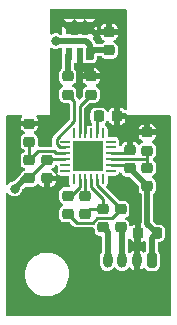
<source format=gtl>
G04 #@! TF.GenerationSoftware,KiCad,Pcbnew,7.0.7*
G04 #@! TF.CreationDate,2023-09-24T13:34:41+10:00*
G04 #@! TF.ProjectId,fyp_breakout,6679705f-6272-4656-916b-6f75742e6b69,rev?*
G04 #@! TF.SameCoordinates,Original*
G04 #@! TF.FileFunction,Copper,L1,Top*
G04 #@! TF.FilePolarity,Positive*
%FSLAX46Y46*%
G04 Gerber Fmt 4.6, Leading zero omitted, Abs format (unit mm)*
G04 Created by KiCad (PCBNEW 7.0.7) date 2023-09-24 13:34:41*
%MOMM*%
%LPD*%
G01*
G04 APERTURE LIST*
G04 Aperture macros list*
%AMRoundRect*
0 Rectangle with rounded corners*
0 $1 Rounding radius*
0 $2 $3 $4 $5 $6 $7 $8 $9 X,Y pos of 4 corners*
0 Add a 4 corners polygon primitive as box body*
4,1,4,$2,$3,$4,$5,$6,$7,$8,$9,$2,$3,0*
0 Add four circle primitives for the rounded corners*
1,1,$1+$1,$2,$3*
1,1,$1+$1,$4,$5*
1,1,$1+$1,$6,$7*
1,1,$1+$1,$8,$9*
0 Add four rect primitives between the rounded corners*
20,1,$1+$1,$2,$3,$4,$5,0*
20,1,$1+$1,$4,$5,$6,$7,0*
20,1,$1+$1,$6,$7,$8,$9,0*
20,1,$1+$1,$8,$9,$2,$3,0*%
%AMOutline5P*
0 Free polygon, 5 corners , with rotation*
0 The origin of the aperture is its center*
0 number of corners: always 5*
0 $1 to $10 corner X, Y*
0 $11 Rotation angle, in degrees counterclockwise*
0 create outline with 5 corners*
4,1,5,$1,$2,$3,$4,$5,$6,$7,$8,$9,$10,$1,$2,$11*%
%AMOutline6P*
0 Free polygon, 6 corners , with rotation*
0 The origin of the aperture is its center*
0 number of corners: always 6*
0 $1 to $12 corner X, Y*
0 $13 Rotation angle, in degrees counterclockwise*
0 create outline with 6 corners*
4,1,6,$1,$2,$3,$4,$5,$6,$7,$8,$9,$10,$11,$12,$1,$2,$13*%
%AMOutline7P*
0 Free polygon, 7 corners , with rotation*
0 The origin of the aperture is its center*
0 number of corners: always 7*
0 $1 to $14 corner X, Y*
0 $15 Rotation angle, in degrees counterclockwise*
0 create outline with 7 corners*
4,1,7,$1,$2,$3,$4,$5,$6,$7,$8,$9,$10,$11,$12,$13,$14,$1,$2,$15*%
%AMOutline8P*
0 Free polygon, 8 corners , with rotation*
0 The origin of the aperture is its center*
0 number of corners: always 8*
0 $1 to $16 corner X, Y*
0 $17 Rotation angle, in degrees counterclockwise*
0 create outline with 8 corners*
4,1,8,$1,$2,$3,$4,$5,$6,$7,$8,$9,$10,$11,$12,$13,$14,$15,$16,$1,$2,$17*%
G04 Aperture macros list end*
G04 #@! TA.AperFunction,SMDPad,CuDef*
%ADD10RoundRect,0.225000X-0.250000X0.225000X-0.250000X-0.225000X0.250000X-0.225000X0.250000X0.225000X0*%
G04 #@! TD*
G04 #@! TA.AperFunction,SMDPad,CuDef*
%ADD11RoundRect,0.225000X0.250000X-0.225000X0.250000X0.225000X-0.250000X0.225000X-0.250000X-0.225000X0*%
G04 #@! TD*
G04 #@! TA.AperFunction,SMDPad,CuDef*
%ADD12RoundRect,0.225000X-0.225000X-0.250000X0.225000X-0.250000X0.225000X0.250000X-0.225000X0.250000X0*%
G04 #@! TD*
G04 #@! TA.AperFunction,SMDPad,CuDef*
%ADD13R,0.622000X1.032000*%
G04 #@! TD*
G04 #@! TA.AperFunction,SMDPad,CuDef*
%ADD14R,0.500000X1.032000*%
G04 #@! TD*
G04 #@! TA.AperFunction,SMDPad,CuDef*
%ADD15Outline5P,-0.516000X0.311000X0.391600X0.311000X0.516000X0.186600X0.516000X-0.311000X-0.516000X-0.311000X270.000000*%
G04 #@! TD*
G04 #@! TA.AperFunction,SMDPad,CuDef*
%ADD16RoundRect,0.062500X-0.062500X0.350000X-0.062500X-0.350000X0.062500X-0.350000X0.062500X0.350000X0*%
G04 #@! TD*
G04 #@! TA.AperFunction,SMDPad,CuDef*
%ADD17RoundRect,0.062500X-0.350000X0.062500X-0.350000X-0.062500X0.350000X-0.062500X0.350000X0.062500X0*%
G04 #@! TD*
G04 #@! TA.AperFunction,SMDPad,CuDef*
%ADD18R,2.600000X2.600000*%
G04 #@! TD*
G04 #@! TA.AperFunction,ComponentPad*
%ADD19RoundRect,0.200000X0.200000X0.450000X-0.200000X0.450000X-0.200000X-0.450000X0.200000X-0.450000X0*%
G04 #@! TD*
G04 #@! TA.AperFunction,ComponentPad*
%ADD20O,0.800000X1.300000*%
G04 #@! TD*
G04 #@! TA.AperFunction,ViaPad*
%ADD21C,0.800000*%
G04 #@! TD*
G04 #@! TA.AperFunction,ViaPad*
%ADD22C,0.500000*%
G04 #@! TD*
G04 #@! TA.AperFunction,Conductor*
%ADD23C,0.250000*%
G04 #@! TD*
G04 #@! TA.AperFunction,Conductor*
%ADD24C,0.500000*%
G04 #@! TD*
G04 APERTURE END LIST*
D10*
X147750000Y-112475000D03*
X147750000Y-114025000D03*
X150000000Y-105975000D03*
X150000000Y-107525000D03*
D11*
X141500000Y-109875000D03*
X141500000Y-108325000D03*
D10*
X148500000Y-107475000D03*
X148500000Y-109025000D03*
D12*
X145875000Y-104600000D03*
X147425000Y-104600000D03*
D10*
X146750000Y-97475000D03*
X146750000Y-99025000D03*
X143250000Y-101225000D03*
X143250000Y-102775000D03*
D11*
X150000000Y-110525000D03*
X150000000Y-108975000D03*
D13*
X145134000Y-97146000D03*
D14*
X144250000Y-97146000D03*
D13*
X143366000Y-97146000D03*
X143366000Y-99354000D03*
D14*
X144250000Y-99354000D03*
D15*
X145134000Y-99354000D03*
D11*
X140000000Y-109875000D03*
X140000000Y-108325000D03*
X140000000Y-106775000D03*
X140000000Y-105225000D03*
D16*
X146250000Y-106062500D03*
X145750000Y-106062500D03*
X145250000Y-106062500D03*
X144750000Y-106062500D03*
X144250000Y-106062500D03*
X143750000Y-106062500D03*
D17*
X143062500Y-106750000D03*
X143062500Y-107250000D03*
X143062500Y-107750000D03*
X143062500Y-108250000D03*
X143062500Y-108750000D03*
X143062500Y-109250000D03*
D16*
X143750000Y-109937500D03*
X144250000Y-109937500D03*
X144750000Y-109937500D03*
X145250000Y-109937500D03*
X145750000Y-109937500D03*
X146250000Y-109937500D03*
D17*
X146937500Y-109250000D03*
X146937500Y-108750000D03*
X146937500Y-108250000D03*
X146937500Y-107750000D03*
X146937500Y-107250000D03*
X146937500Y-106750000D03*
D18*
X145000000Y-108000000D03*
D10*
X144750000Y-111325000D03*
X144750000Y-112875000D03*
X146250000Y-112475000D03*
X146250000Y-114025000D03*
X143250000Y-111325000D03*
X143250000Y-112875000D03*
X145250000Y-101225000D03*
X145250000Y-102775000D03*
D12*
X149225000Y-114500000D03*
X150775000Y-114500000D03*
D19*
X150375000Y-116800000D03*
D20*
X149125000Y-116800000D03*
X147875000Y-116800000D03*
X146625000Y-116800000D03*
D21*
X149150500Y-113250000D03*
D22*
X150750000Y-120250000D03*
X143000000Y-104250000D03*
X140250000Y-112750000D03*
X151500000Y-106000000D03*
X142250000Y-96250000D03*
X146750000Y-100250000D03*
X143500000Y-95750000D03*
D21*
X141500000Y-111250000D03*
D22*
X147750000Y-120250000D03*
D21*
X147500000Y-103500000D03*
D22*
X138750000Y-114250000D03*
D21*
X148500000Y-106250000D03*
D22*
X141750000Y-112750000D03*
D21*
X146750000Y-96000000D03*
D22*
X146250000Y-118750000D03*
X138750000Y-112750000D03*
X143250000Y-114250000D03*
X141500000Y-106250000D03*
X151250000Y-112500000D03*
X141750000Y-114250000D03*
X146750000Y-102750000D03*
X151250000Y-111000000D03*
X149250000Y-118750000D03*
X147500000Y-110500000D03*
X144750000Y-114250000D03*
X146750000Y-101500000D03*
X145000000Y-95750000D03*
D21*
X142250000Y-98250000D03*
X138750000Y-110750000D03*
D23*
X145200000Y-103550000D02*
X147450000Y-103550000D01*
X149225000Y-114500000D02*
X149225000Y-113324500D01*
X146750000Y-96000000D02*
X146750000Y-97475000D01*
D24*
X149125000Y-116800000D02*
X149125000Y-114600000D01*
X143366000Y-97146000D02*
X144250000Y-97146000D01*
X149125000Y-114600000D02*
X149225000Y-114500000D01*
D23*
X148500000Y-107475000D02*
X148500000Y-106250000D01*
X148225000Y-107750000D02*
X148500000Y-107475000D01*
X147500000Y-103500000D02*
X147500000Y-104525000D01*
X144750000Y-104000000D02*
X145200000Y-103550000D01*
D24*
X145250000Y-101225000D02*
X144250000Y-100225000D01*
X144250000Y-97146000D02*
X145134000Y-97146000D01*
D23*
X144750000Y-106062500D02*
X144750000Y-104000000D01*
X146937500Y-107750000D02*
X148225000Y-107750000D01*
X149225000Y-113324500D02*
X149150500Y-113250000D01*
D24*
X144250000Y-100225000D02*
X144250000Y-99354000D01*
D23*
X147450000Y-103550000D02*
X147500000Y-103500000D01*
X147500000Y-104525000D02*
X147425000Y-104600000D01*
X141500000Y-109875000D02*
X141500000Y-111250000D01*
D24*
X147875000Y-116800000D02*
X147875000Y-114150000D01*
X147875000Y-114150000D02*
X147750000Y-114025000D01*
X146625000Y-114400000D02*
X146250000Y-114025000D01*
X146625000Y-116800000D02*
X146625000Y-114400000D01*
X150375000Y-114900000D02*
X150775000Y-114500000D01*
X150000000Y-113725000D02*
X150775000Y-114500000D01*
X150375000Y-116800000D02*
X150375000Y-114900000D01*
D23*
X146937500Y-108750000D02*
X148225000Y-108750000D01*
D24*
X148500000Y-109025000D02*
X150000000Y-110525000D01*
X150000000Y-110525000D02*
X150000000Y-113725000D01*
D23*
X148225000Y-108750000D02*
X148500000Y-109025000D01*
D24*
X145134000Y-98572000D02*
X145134000Y-99354000D01*
X140000000Y-109875000D02*
X139625000Y-109875000D01*
X145463000Y-99025000D02*
X146750000Y-99025000D01*
X144812000Y-98250000D02*
X145134000Y-98572000D01*
D23*
X141575000Y-108250000D02*
X143062500Y-108250000D01*
X140000000Y-109875000D02*
X140000000Y-109825000D01*
D24*
X145134000Y-99354000D02*
X145463000Y-99025000D01*
X142250000Y-98250000D02*
X144812000Y-98250000D01*
D23*
X140000000Y-109825000D02*
X141500000Y-108325000D01*
X141500000Y-108325000D02*
X141575000Y-108250000D01*
D24*
X139625000Y-109875000D02*
X138750000Y-110750000D01*
D23*
X144025000Y-113650000D02*
X145350000Y-113650000D01*
X145750000Y-113250000D02*
X146975000Y-113250000D01*
X145350000Y-113650000D02*
X145750000Y-113250000D01*
X146975000Y-113250000D02*
X147750000Y-112475000D01*
X143250000Y-112875000D02*
X144025000Y-113650000D01*
X145750000Y-109937500D02*
X145750000Y-110435787D01*
X145750000Y-110435787D02*
X147750000Y-112435787D01*
X147750000Y-112435787D02*
X147750000Y-112475000D01*
D24*
X143250000Y-99470000D02*
X143366000Y-99354000D01*
X143250000Y-101225000D02*
X143250000Y-99470000D01*
D23*
X143825000Y-105026992D02*
X143825000Y-103350000D01*
X142325000Y-106973008D02*
X142325000Y-106526992D01*
X143825000Y-103350000D02*
X143250000Y-102775000D01*
X143062500Y-107250000D02*
X142601992Y-107250000D01*
X142601992Y-107250000D02*
X142325000Y-106973008D01*
X142325000Y-106526992D02*
X143825000Y-105026992D01*
X146250000Y-111572183D02*
X146250000Y-112475000D01*
X145150000Y-112475000D02*
X146250000Y-112475000D01*
X145250000Y-110572183D02*
X146250000Y-111572183D01*
X145250000Y-109937500D02*
X145250000Y-110572183D01*
X144750000Y-112875000D02*
X145150000Y-112475000D01*
X144250000Y-110572183D02*
X144250000Y-109937500D01*
X143497183Y-111325000D02*
X144250000Y-110572183D01*
X143250000Y-111325000D02*
X143497183Y-111325000D01*
X144250000Y-106062500D02*
X144275000Y-106037500D01*
X144275000Y-103750000D02*
X145250000Y-102775000D01*
X144275000Y-106037500D02*
X144275000Y-103750000D01*
X144750000Y-111325000D02*
X144750000Y-109937500D01*
X145750000Y-106062500D02*
X145750000Y-104725000D01*
X145750000Y-104725000D02*
X145875000Y-104600000D01*
X140000000Y-108325000D02*
X140775000Y-107550000D01*
X142050000Y-107550000D02*
X142250000Y-107750000D01*
X142250000Y-107750000D02*
X143062500Y-107750000D01*
X140000000Y-106775000D02*
X140000000Y-108325000D01*
X140775000Y-107550000D02*
X142050000Y-107550000D01*
X146937500Y-108250000D02*
X150000000Y-108250000D01*
X150000000Y-107525000D02*
X150000000Y-108250000D01*
X150000000Y-108250000D02*
X150000000Y-108975000D01*
G04 #@! TA.AperFunction,Conductor*
G36*
X148193039Y-95519685D02*
G01*
X148238794Y-95572489D01*
X148250000Y-95624000D01*
X148250000Y-103986324D01*
X148230315Y-104053363D01*
X148177511Y-104099118D01*
X148108353Y-104109062D01*
X148044797Y-104080037D01*
X148026733Y-104060635D01*
X147989329Y-104010670D01*
X147879984Y-103928815D01*
X147879983Y-103928814D01*
X147752010Y-103881083D01*
X147695428Y-103875000D01*
X147675000Y-103875000D01*
X147675000Y-104350000D01*
X148126000Y-104350000D01*
X148193039Y-104369685D01*
X148238794Y-104422489D01*
X148250000Y-104474000D01*
X148250000Y-104500000D01*
X151876000Y-104500000D01*
X151943039Y-104519685D01*
X151988794Y-104572489D01*
X152000000Y-104624000D01*
X152000000Y-121376000D01*
X151980315Y-121443039D01*
X151927511Y-121488794D01*
X151876000Y-121500000D01*
X138124000Y-121500000D01*
X138056961Y-121480315D01*
X138011206Y-121427511D01*
X138000000Y-121376000D01*
X138000000Y-118067909D01*
X139641779Y-118067909D01*
X139671468Y-118337735D01*
X139671470Y-118337748D01*
X139706127Y-118470315D01*
X139740132Y-118600384D01*
X139846303Y-118850224D01*
X139918588Y-118968668D01*
X139987716Y-119081940D01*
X139987717Y-119081942D01*
X139987719Y-119081944D01*
X140161368Y-119290604D01*
X140363546Y-119471757D01*
X140589947Y-119621542D01*
X140835743Y-119736767D01*
X141095697Y-119814975D01*
X141364268Y-119854500D01*
X141364273Y-119854500D01*
X141567786Y-119854500D01*
X141619394Y-119850722D01*
X141770740Y-119839645D01*
X141881488Y-119814975D01*
X142035702Y-119780623D01*
X142035704Y-119780622D01*
X142035709Y-119780621D01*
X142289261Y-119683646D01*
X142525991Y-119550786D01*
X142740853Y-119384875D01*
X142929269Y-119189447D01*
X143087223Y-118968668D01*
X143211348Y-118727244D01*
X143298998Y-118470320D01*
X143348306Y-118203371D01*
X143358220Y-117932089D01*
X143328530Y-117662253D01*
X143259868Y-117399616D01*
X143153697Y-117149776D01*
X143012281Y-116918056D01*
X142838632Y-116709396D01*
X142830885Y-116702455D01*
X142636454Y-116528243D01*
X142410055Y-116378459D01*
X142379764Y-116364259D01*
X142164257Y-116263233D01*
X141904303Y-116185025D01*
X141904301Y-116185024D01*
X141904299Y-116185024D01*
X141792009Y-116168499D01*
X141635732Y-116145500D01*
X141432219Y-116145500D01*
X141432214Y-116145500D01*
X141229260Y-116160355D01*
X141229246Y-116160357D01*
X140964297Y-116219376D01*
X140964290Y-116219379D01*
X140710736Y-116316355D01*
X140474012Y-116449211D01*
X140259140Y-116615130D01*
X140259139Y-116615132D01*
X140070734Y-116810549D01*
X140070732Y-116810551D01*
X139912778Y-117031329D01*
X139788656Y-117272746D01*
X139788649Y-117272762D01*
X139701005Y-117529666D01*
X139701001Y-117529684D01*
X139651693Y-117796631D01*
X139651693Y-117796633D01*
X139641779Y-118067909D01*
X138000000Y-118067909D01*
X138000000Y-111206484D01*
X138019685Y-111139445D01*
X138072489Y-111093690D01*
X138141647Y-111083746D01*
X138205203Y-111112771D01*
X138226050Y-111136044D01*
X138259515Y-111184528D01*
X138259517Y-111184530D01*
X138377760Y-111289283D01*
X138377762Y-111289284D01*
X138517634Y-111362696D01*
X138671014Y-111400500D01*
X138671015Y-111400500D01*
X138828985Y-111400500D01*
X138982365Y-111362696D01*
X138982364Y-111362695D01*
X139122240Y-111289283D01*
X139240483Y-111184530D01*
X139330220Y-111054523D01*
X139386237Y-110906818D01*
X139392859Y-110852273D01*
X139420480Y-110788096D01*
X139428263Y-110779549D01*
X139597373Y-110610439D01*
X139658694Y-110576956D01*
X139698311Y-110574833D01*
X139704515Y-110575500D01*
X140295484Y-110575499D01*
X140352114Y-110569412D01*
X140480226Y-110521628D01*
X140589687Y-110439687D01*
X140651044Y-110357722D01*
X140706978Y-110315850D01*
X140776670Y-110310866D01*
X140837993Y-110344351D01*
X140849579Y-110357722D01*
X140910668Y-110439328D01*
X141020015Y-110521184D01*
X141020016Y-110521185D01*
X141147991Y-110568917D01*
X141147994Y-110568918D01*
X141204555Y-110574999D01*
X141249999Y-110574999D01*
X141250000Y-110574998D01*
X141250000Y-110125000D01*
X141750000Y-110125000D01*
X141750000Y-110574999D01*
X141795433Y-110574999D01*
X141795439Y-110574998D01*
X141852007Y-110568918D01*
X141979981Y-110521186D01*
X141979984Y-110521184D01*
X142089329Y-110439329D01*
X142171184Y-110329984D01*
X142171185Y-110329983D01*
X142218916Y-110202010D01*
X142224999Y-110145428D01*
X142225000Y-110145427D01*
X142225000Y-110125000D01*
X141750000Y-110125000D01*
X141250000Y-110125000D01*
X141250000Y-109749000D01*
X141269685Y-109681961D01*
X141322489Y-109636206D01*
X141374000Y-109625000D01*
X142224999Y-109625000D01*
X142224999Y-109604566D01*
X142224998Y-109604562D01*
X142221360Y-109570714D01*
X142233767Y-109501954D01*
X142258818Y-109475048D01*
X142257853Y-109475187D01*
X142194297Y-109446162D01*
X142176233Y-109426759D01*
X142089331Y-109310671D01*
X141979984Y-109228815D01*
X141979983Y-109228814D01*
X141946827Y-109216448D01*
X141890894Y-109174576D01*
X141866477Y-109109112D01*
X141881329Y-109040839D01*
X141930734Y-108991434D01*
X141946816Y-108984089D01*
X141980226Y-108971628D01*
X142089687Y-108889687D01*
X142171628Y-108780226D01*
X142171628Y-108780225D01*
X142176233Y-108774074D01*
X142232166Y-108732202D01*
X142301858Y-108727218D01*
X142363181Y-108760702D01*
X142396666Y-108822025D01*
X142399152Y-108845131D01*
X142399235Y-108845126D01*
X142399364Y-108847095D01*
X142399500Y-108848358D01*
X142399500Y-108849177D01*
X142405500Y-108894756D01*
X142405503Y-108894766D01*
X142430138Y-108947596D01*
X142440630Y-109016673D01*
X142430139Y-109052404D01*
X142405500Y-109105243D01*
X142399501Y-109150811D01*
X142399500Y-109150827D01*
X142399500Y-109352449D01*
X142379815Y-109419488D01*
X142359569Y-109437031D01*
X142415371Y-109455605D01*
X142446225Y-109486336D01*
X142452148Y-109494795D01*
X142452150Y-109494799D01*
X142530201Y-109572850D01*
X142630240Y-109619499D01*
X142675821Y-109625500D01*
X143250500Y-109625499D01*
X143317539Y-109645183D01*
X143363294Y-109697987D01*
X143374500Y-109749499D01*
X143374500Y-110324180D01*
X143380500Y-110369756D01*
X143380502Y-110369763D01*
X143417029Y-110448095D01*
X143427521Y-110517173D01*
X143399001Y-110580957D01*
X143340525Y-110619196D01*
X143304647Y-110624500D01*
X142954519Y-110624500D01*
X142954509Y-110624501D01*
X142897885Y-110630587D01*
X142769773Y-110678372D01*
X142660313Y-110760313D01*
X142578373Y-110869771D01*
X142530587Y-110997889D01*
X142524500Y-111054498D01*
X142524500Y-111595481D01*
X142524501Y-111595490D01*
X142530587Y-111652114D01*
X142573165Y-111766267D01*
X142578372Y-111780226D01*
X142660313Y-111889687D01*
X142769774Y-111971628D01*
X142802458Y-111983818D01*
X142858390Y-112025687D01*
X142882808Y-112091151D01*
X142867957Y-112159424D01*
X142818552Y-112208830D01*
X142802461Y-112216179D01*
X142769774Y-112228371D01*
X142660313Y-112310313D01*
X142578373Y-112419771D01*
X142530587Y-112547889D01*
X142524500Y-112604498D01*
X142524500Y-113145481D01*
X142524501Y-113145490D01*
X142530587Y-113202114D01*
X142551748Y-113258846D01*
X142578372Y-113330226D01*
X142660313Y-113439687D01*
X142769774Y-113521628D01*
X142897886Y-113569412D01*
X142954515Y-113575500D01*
X143368100Y-113575499D01*
X143435139Y-113595183D01*
X143455781Y-113611818D01*
X143722849Y-113878886D01*
X143738977Y-113898745D01*
X143744916Y-113907836D01*
X143748098Y-113910313D01*
X143772929Y-113929639D01*
X143778691Y-113934728D01*
X143781483Y-113937520D01*
X143800486Y-113951088D01*
X143843811Y-113984809D01*
X143843813Y-113984809D01*
X143850735Y-113988555D01*
X143857798Y-113992008D01*
X143857801Y-113992010D01*
X143910412Y-114007673D01*
X143936376Y-114016586D01*
X143962339Y-114025500D01*
X143970101Y-114026795D01*
X143977911Y-114027768D01*
X143977912Y-114027769D01*
X143977912Y-114027768D01*
X143977913Y-114027769D01*
X144010212Y-114026433D01*
X144032769Y-114025500D01*
X145298196Y-114025500D01*
X145323641Y-114028139D01*
X145327440Y-114028935D01*
X145334268Y-114030367D01*
X145355225Y-114027754D01*
X145369492Y-114025977D01*
X145377168Y-114025500D01*
X145381112Y-114025500D01*
X145381114Y-114025500D01*
X145381115Y-114025499D01*
X145386230Y-114025076D01*
X145386342Y-114026433D01*
X145449423Y-114034038D01*
X145503258Y-114078576D01*
X145524468Y-114145148D01*
X145524500Y-114147978D01*
X145524500Y-114295480D01*
X145524501Y-114295490D01*
X145530587Y-114352114D01*
X145578372Y-114480226D01*
X145660313Y-114589687D01*
X145769774Y-114671628D01*
X145897886Y-114719412D01*
X145954515Y-114725500D01*
X146000499Y-114725499D01*
X146067537Y-114745182D01*
X146113293Y-114797985D01*
X146124500Y-114849499D01*
X146124500Y-116083620D01*
X146104815Y-116150659D01*
X146098956Y-116158169D01*
X146099135Y-116158299D01*
X146094550Y-116164608D01*
X146015374Y-116308628D01*
X146015371Y-116308638D01*
X145974500Y-116467819D01*
X145974500Y-117090934D01*
X145989929Y-117213057D01*
X145989929Y-117213060D01*
X146050431Y-117365869D01*
X146050436Y-117365878D01*
X146147034Y-117498835D01*
X146147037Y-117498837D01*
X146273674Y-117603600D01*
X146422387Y-117673579D01*
X146583830Y-117704376D01*
X146747860Y-117694056D01*
X146904171Y-117643268D01*
X147042940Y-117555202D01*
X147155448Y-117435393D01*
X147160789Y-117429706D01*
X147162618Y-117431424D01*
X147208188Y-117396273D01*
X147277800Y-117390283D01*
X147339601Y-117422878D01*
X147353513Y-117438932D01*
X147397034Y-117498835D01*
X147397037Y-117498837D01*
X147523674Y-117603600D01*
X147672387Y-117673579D01*
X147833830Y-117704376D01*
X147997860Y-117694056D01*
X148154171Y-117643268D01*
X148292940Y-117555202D01*
X148405448Y-117435393D01*
X148410789Y-117429706D01*
X148412510Y-117431322D01*
X148458487Y-117395851D01*
X148528099Y-117389855D01*
X148589902Y-117422445D01*
X148603822Y-117438505D01*
X148647407Y-117498494D01*
X148647408Y-117498495D01*
X148773943Y-117603173D01*
X148875000Y-117650726D01*
X148875000Y-117156264D01*
X148894685Y-117089225D01*
X148947489Y-117043470D01*
X149016647Y-117033526D01*
X149023192Y-117034647D01*
X149100373Y-117050000D01*
X149100376Y-117050000D01*
X149149626Y-117050000D01*
X149226808Y-117034647D01*
X149296400Y-117040874D01*
X149351577Y-117083736D01*
X149374822Y-117149626D01*
X149375000Y-117156264D01*
X149375000Y-117652219D01*
X149403953Y-117642812D01*
X149542623Y-117554810D01*
X149607334Y-117485899D01*
X149667575Y-117450504D01*
X149737389Y-117453296D01*
X149794610Y-117493390D01*
X149797497Y-117497149D01*
X149852848Y-117572148D01*
X149852849Y-117572148D01*
X149852850Y-117572150D01*
X149962118Y-117652793D01*
X149989185Y-117662264D01*
X150090299Y-117697646D01*
X150120730Y-117700500D01*
X150120734Y-117700500D01*
X150629270Y-117700500D01*
X150659699Y-117697646D01*
X150659701Y-117697646D01*
X150728479Y-117673579D01*
X150787882Y-117652793D01*
X150897150Y-117572150D01*
X150977793Y-117462882D01*
X151011736Y-117365878D01*
X151022646Y-117334701D01*
X151022646Y-117334699D01*
X151025500Y-117304269D01*
X151025500Y-116295730D01*
X151022646Y-116265300D01*
X151022646Y-116265298D01*
X150985924Y-116160355D01*
X150977793Y-116137118D01*
X150909945Y-116045187D01*
X150899729Y-116031344D01*
X150875759Y-115965715D01*
X150875500Y-115957711D01*
X150875500Y-115349499D01*
X150895185Y-115282460D01*
X150947989Y-115236705D01*
X150999500Y-115225499D01*
X151045481Y-115225499D01*
X151045484Y-115225499D01*
X151102114Y-115219412D01*
X151230226Y-115171628D01*
X151339687Y-115089687D01*
X151421628Y-114980226D01*
X151469412Y-114852114D01*
X151471687Y-114830944D01*
X151475499Y-114795501D01*
X151475499Y-114795494D01*
X151475500Y-114795485D01*
X151475499Y-114204516D01*
X151469412Y-114147886D01*
X151421628Y-114019774D01*
X151339687Y-113910313D01*
X151235718Y-113832483D01*
X151230228Y-113828373D01*
X151230226Y-113828372D01*
X151102114Y-113780588D01*
X151102112Y-113780587D01*
X151102110Y-113780587D01*
X151045501Y-113774500D01*
X151045485Y-113774500D01*
X150808676Y-113774500D01*
X150741637Y-113754815D01*
X150720995Y-113738181D01*
X150536819Y-113554005D01*
X150503334Y-113492682D01*
X150500500Y-113466324D01*
X150500500Y-111218521D01*
X150520185Y-111151482D01*
X150550191Y-111119253D01*
X150558850Y-111112771D01*
X150589687Y-111089687D01*
X150671628Y-110980226D01*
X150719412Y-110852114D01*
X150721687Y-110830944D01*
X150725499Y-110795501D01*
X150725499Y-110795490D01*
X150725500Y-110795485D01*
X150725499Y-110254516D01*
X150720791Y-110210715D01*
X150719412Y-110197885D01*
X150699846Y-110145428D01*
X150671628Y-110069774D01*
X150589687Y-109960313D01*
X150523911Y-109911074D01*
X150480228Y-109878373D01*
X150480226Y-109878372D01*
X150447538Y-109866179D01*
X150391608Y-109824310D01*
X150367191Y-109758846D01*
X150382043Y-109690573D01*
X150431448Y-109641168D01*
X150447528Y-109633823D01*
X150480226Y-109621628D01*
X150589687Y-109539687D01*
X150671628Y-109430226D01*
X150719412Y-109302114D01*
X150721687Y-109280944D01*
X150725499Y-109245501D01*
X150725499Y-109245494D01*
X150725500Y-109245485D01*
X150725499Y-108704516D01*
X150721254Y-108665025D01*
X150719412Y-108647885D01*
X150689788Y-108568462D01*
X150671628Y-108519774D01*
X150589687Y-108410313D01*
X150508136Y-108349265D01*
X150466266Y-108293332D01*
X150461282Y-108223641D01*
X150494767Y-108162318D01*
X150508124Y-108150743D01*
X150589687Y-108089687D01*
X150671628Y-107980226D01*
X150719412Y-107852114D01*
X150721687Y-107830944D01*
X150725499Y-107795501D01*
X150725499Y-107795494D01*
X150725500Y-107795485D01*
X150725499Y-107254516D01*
X150719412Y-107197886D01*
X150712122Y-107178342D01*
X150699643Y-107144885D01*
X150671628Y-107069774D01*
X150589687Y-106960313D01*
X150480226Y-106878372D01*
X150446826Y-106865914D01*
X150390893Y-106824042D01*
X150366477Y-106758577D01*
X150381330Y-106690304D01*
X150430736Y-106640900D01*
X150446830Y-106633550D01*
X150479983Y-106621185D01*
X150479984Y-106621184D01*
X150589329Y-106539329D01*
X150671184Y-106429984D01*
X150671185Y-106429983D01*
X150718916Y-106302010D01*
X150724999Y-106245428D01*
X150725000Y-106245427D01*
X150725000Y-106225000D01*
X149275001Y-106225000D01*
X149275001Y-106245439D01*
X149281081Y-106302007D01*
X149328813Y-106429981D01*
X149328815Y-106429984D01*
X149410670Y-106539329D01*
X149520015Y-106621184D01*
X149520020Y-106621187D01*
X149553170Y-106633551D01*
X149609104Y-106675421D01*
X149633522Y-106740885D01*
X149618671Y-106809158D01*
X149569266Y-106858564D01*
X149553174Y-106865914D01*
X149519772Y-106878372D01*
X149410312Y-106960314D01*
X149367668Y-107017279D01*
X149311734Y-107059149D01*
X149242042Y-107064133D01*
X149180720Y-107030647D01*
X149169135Y-107017277D01*
X149089331Y-106910671D01*
X148979984Y-106828815D01*
X148979983Y-106828814D01*
X148852010Y-106781083D01*
X148795428Y-106775000D01*
X148750000Y-106775000D01*
X148750000Y-107601000D01*
X148730315Y-107668039D01*
X148677511Y-107713794D01*
X148626000Y-107725000D01*
X148374000Y-107725000D01*
X148306961Y-107705315D01*
X148261206Y-107652511D01*
X148250000Y-107601000D01*
X148250000Y-106775000D01*
X148204567Y-106775000D01*
X148204558Y-106775001D01*
X148147992Y-106781081D01*
X148020018Y-106828813D01*
X148020015Y-106828815D01*
X147910670Y-106910670D01*
X147828815Y-107020015D01*
X147828812Y-107020021D01*
X147810476Y-107069180D01*
X147768604Y-107125113D01*
X147703139Y-107149529D01*
X147634866Y-107134676D01*
X147585462Y-107085270D01*
X147581913Y-107078249D01*
X147569861Y-107052403D01*
X147559369Y-106983325D01*
X147569858Y-106947601D01*
X147594499Y-106894760D01*
X147600500Y-106849179D01*
X147600499Y-106650822D01*
X147598225Y-106633550D01*
X147594499Y-106605243D01*
X147594499Y-106605240D01*
X147547850Y-106505201D01*
X147469799Y-106427150D01*
X147369760Y-106380501D01*
X147369758Y-106380500D01*
X147324188Y-106374501D01*
X147324185Y-106374500D01*
X147324179Y-106374500D01*
X147324172Y-106374500D01*
X146749499Y-106374500D01*
X146682460Y-106354815D01*
X146636705Y-106302011D01*
X146625499Y-106250500D01*
X146625499Y-105725000D01*
X149275000Y-105725000D01*
X149750000Y-105725000D01*
X149750000Y-105275000D01*
X150250000Y-105275000D01*
X150250000Y-105725000D01*
X150724999Y-105725000D01*
X150724999Y-105704566D01*
X150724998Y-105704560D01*
X150718918Y-105647992D01*
X150671186Y-105520018D01*
X150671184Y-105520015D01*
X150589329Y-105410670D01*
X150479984Y-105328815D01*
X150479983Y-105328814D01*
X150352010Y-105281083D01*
X150295428Y-105275000D01*
X150250000Y-105275000D01*
X149750000Y-105275000D01*
X149704567Y-105275000D01*
X149704558Y-105275001D01*
X149647992Y-105281081D01*
X149520018Y-105328813D01*
X149520015Y-105328815D01*
X149410670Y-105410670D01*
X149328815Y-105520015D01*
X149328814Y-105520016D01*
X149281083Y-105647989D01*
X149275000Y-105704571D01*
X149275000Y-105725000D01*
X146625499Y-105725000D01*
X146625499Y-105675819D01*
X146619499Y-105630243D01*
X146619499Y-105630240D01*
X146572850Y-105530201D01*
X146494799Y-105452150D01*
X146432510Y-105423104D01*
X146380072Y-105376933D01*
X146360920Y-105309739D01*
X146381136Y-105242858D01*
X146410604Y-105211457D01*
X146439687Y-105189687D01*
X146521628Y-105080226D01*
X146534085Y-105046825D01*
X146575955Y-104990894D01*
X146641419Y-104966477D01*
X146709692Y-104981328D01*
X146759098Y-105030733D01*
X146766448Y-105046827D01*
X146778814Y-105079983D01*
X146778815Y-105079984D01*
X146860670Y-105189329D01*
X146970015Y-105271184D01*
X146970016Y-105271185D01*
X147097991Y-105318917D01*
X147097995Y-105318918D01*
X147154554Y-105324999D01*
X147175000Y-105324998D01*
X147175000Y-104850000D01*
X147675000Y-104850000D01*
X147675000Y-105324999D01*
X147695433Y-105324999D01*
X147695439Y-105324998D01*
X147752007Y-105318918D01*
X147879981Y-105271186D01*
X147879984Y-105271184D01*
X147989329Y-105189329D01*
X148071184Y-105079984D01*
X148071185Y-105079983D01*
X148118916Y-104952010D01*
X148124999Y-104895428D01*
X148125000Y-104895427D01*
X148125000Y-104850000D01*
X147675000Y-104850000D01*
X147175000Y-104850000D01*
X147175000Y-103874999D01*
X147154579Y-103875000D01*
X147154560Y-103875001D01*
X147097993Y-103881081D01*
X146970018Y-103928813D01*
X146970015Y-103928815D01*
X146860670Y-104010670D01*
X146778815Y-104120015D01*
X146778811Y-104120023D01*
X146766447Y-104153172D01*
X146724576Y-104209106D01*
X146659111Y-104233522D01*
X146590838Y-104218670D01*
X146541433Y-104169264D01*
X146534089Y-104153183D01*
X146521628Y-104119774D01*
X146514635Y-104110433D01*
X146503532Y-104095600D01*
X146439687Y-104010313D01*
X146369914Y-103958082D01*
X146330228Y-103928373D01*
X146330226Y-103928372D01*
X146202114Y-103880588D01*
X146202112Y-103880587D01*
X146202110Y-103880587D01*
X146145493Y-103874500D01*
X145604518Y-103874500D01*
X145604509Y-103874501D01*
X145547885Y-103880587D01*
X145419773Y-103928372D01*
X145310313Y-104010313D01*
X145228373Y-104119771D01*
X145228371Y-104119774D01*
X145228372Y-104119774D01*
X145185983Y-104233423D01*
X145180587Y-104247889D01*
X145174500Y-104304498D01*
X145174500Y-104895481D01*
X145174501Y-104895490D01*
X145180587Y-104952114D01*
X145215915Y-105046828D01*
X145228372Y-105080226D01*
X145310313Y-105189687D01*
X145310314Y-105189688D01*
X145315628Y-105196786D01*
X145314004Y-105198001D01*
X145341930Y-105249142D01*
X145336946Y-105318834D01*
X145295074Y-105374767D01*
X145229610Y-105399184D01*
X145220766Y-105399500D01*
X145150820Y-105399500D01*
X145105243Y-105405500D01*
X145105235Y-105405502D01*
X145051811Y-105430414D01*
X144982733Y-105440905D01*
X144947004Y-105430413D01*
X144894632Y-105405991D01*
X144874999Y-105403406D01*
X144856256Y-105419843D01*
X144792873Y-105449243D01*
X144723657Y-105439709D01*
X144670583Y-105394268D01*
X144650502Y-105327346D01*
X144650500Y-105326612D01*
X144650500Y-103956898D01*
X144670185Y-103889859D01*
X144686819Y-103869217D01*
X145044218Y-103511818D01*
X145105541Y-103478333D01*
X145131899Y-103475499D01*
X145545481Y-103475499D01*
X145545484Y-103475499D01*
X145602114Y-103469412D01*
X145730226Y-103421628D01*
X145839687Y-103339687D01*
X145921628Y-103230226D01*
X145969412Y-103102114D01*
X145971898Y-103078992D01*
X145975499Y-103045501D01*
X145975499Y-103045490D01*
X145975500Y-103045485D01*
X145975499Y-102504516D01*
X145969412Y-102447886D01*
X145921628Y-102319774D01*
X145839687Y-102210313D01*
X145730226Y-102128372D01*
X145730223Y-102128371D01*
X145696826Y-102115914D01*
X145640893Y-102074042D01*
X145616477Y-102008577D01*
X145631330Y-101940304D01*
X145680736Y-101890900D01*
X145696830Y-101883550D01*
X145729983Y-101871185D01*
X145729984Y-101871184D01*
X145839329Y-101789329D01*
X145921184Y-101679984D01*
X145921185Y-101679983D01*
X145968916Y-101552010D01*
X145974999Y-101495428D01*
X145975000Y-101495427D01*
X145975000Y-101475000D01*
X144525001Y-101475000D01*
X144525001Y-101495439D01*
X144531081Y-101552007D01*
X144578813Y-101679981D01*
X144578815Y-101679984D01*
X144660670Y-101789329D01*
X144770015Y-101871184D01*
X144770020Y-101871187D01*
X144803170Y-101883551D01*
X144859104Y-101925421D01*
X144883522Y-101990885D01*
X144868671Y-102059158D01*
X144819266Y-102108564D01*
X144803174Y-102115914D01*
X144769772Y-102128372D01*
X144660313Y-102210313D01*
X144578373Y-102319771D01*
X144530587Y-102447889D01*
X144524500Y-102504498D01*
X144524500Y-102918099D01*
X144504815Y-102985138D01*
X144488181Y-103005780D01*
X144333265Y-103160696D01*
X144271942Y-103194181D01*
X144202250Y-103189197D01*
X144146317Y-103147325D01*
X144135938Y-103130346D01*
X144130276Y-103122416D01*
X144125420Y-103116176D01*
X144125419Y-103116174D01*
X144085029Y-103078992D01*
X144051518Y-103045481D01*
X144011818Y-103005780D01*
X143978333Y-102944457D01*
X143975499Y-102918099D01*
X143975499Y-102504518D01*
X143975498Y-102504509D01*
X143969412Y-102447885D01*
X143951588Y-102400100D01*
X143921628Y-102319774D01*
X143839687Y-102210313D01*
X143773911Y-102161074D01*
X143730228Y-102128373D01*
X143730226Y-102128372D01*
X143697538Y-102116179D01*
X143641608Y-102074310D01*
X143617191Y-102008846D01*
X143632043Y-101940573D01*
X143681448Y-101891168D01*
X143697528Y-101883823D01*
X143730226Y-101871628D01*
X143839687Y-101789687D01*
X143921628Y-101680226D01*
X143969412Y-101552114D01*
X143971687Y-101530944D01*
X143975499Y-101495501D01*
X143975499Y-101495490D01*
X143975500Y-101495485D01*
X143975499Y-100975000D01*
X144525000Y-100975000D01*
X145000000Y-100975000D01*
X145000000Y-100525000D01*
X145500000Y-100525000D01*
X145500000Y-100975000D01*
X145974999Y-100975000D01*
X145974999Y-100954566D01*
X145974998Y-100954560D01*
X145968918Y-100897992D01*
X145921186Y-100770018D01*
X145921184Y-100770015D01*
X145839329Y-100660670D01*
X145729984Y-100578815D01*
X145729983Y-100578814D01*
X145602010Y-100531083D01*
X145545428Y-100525000D01*
X145500000Y-100525000D01*
X145000000Y-100525000D01*
X144954567Y-100525000D01*
X144954558Y-100525001D01*
X144897992Y-100531081D01*
X144770018Y-100578813D01*
X144770015Y-100578815D01*
X144660670Y-100660670D01*
X144578815Y-100770015D01*
X144578814Y-100770016D01*
X144531083Y-100897989D01*
X144525000Y-100954571D01*
X144525000Y-100975000D01*
X143975499Y-100975000D01*
X143975499Y-100954516D01*
X143971254Y-100915025D01*
X143969412Y-100897885D01*
X143955198Y-100859779D01*
X143921628Y-100769774D01*
X143921626Y-100769771D01*
X143921626Y-100769770D01*
X143839692Y-100660318D01*
X143839686Y-100660312D01*
X143800188Y-100630744D01*
X143758318Y-100574810D01*
X143750500Y-100531478D01*
X143750500Y-100226364D01*
X143770185Y-100159325D01*
X143822989Y-100113570D01*
X143892147Y-100103626D01*
X143898691Y-100104747D01*
X143975371Y-100119999D01*
X143975374Y-100120000D01*
X144524626Y-100120000D01*
X144524628Y-100119999D01*
X144597543Y-100105496D01*
X144608827Y-100100822D01*
X144609947Y-100103525D01*
X144658817Y-100088215D01*
X144713218Y-100103130D01*
X144713980Y-100101293D01*
X144725257Y-100105964D01*
X144725260Y-100105966D01*
X144725263Y-100105966D01*
X144725264Y-100105967D01*
X144749496Y-100110787D01*
X144798326Y-100120500D01*
X145345273Y-100120499D01*
X145345275Y-100120499D01*
X145345276Y-100120498D01*
X145418340Y-100105965D01*
X145480285Y-100064575D01*
X145639578Y-99905282D01*
X145680966Y-99843340D01*
X145695500Y-99770274D01*
X145695500Y-99649499D01*
X145715185Y-99582461D01*
X145767989Y-99536706D01*
X145819500Y-99525500D01*
X146050193Y-99525500D01*
X146117232Y-99545185D01*
X146149459Y-99575188D01*
X146160312Y-99589686D01*
X146160318Y-99589692D01*
X146269769Y-99671625D01*
X146269770Y-99671625D01*
X146269774Y-99671628D01*
X146397886Y-99719412D01*
X146454515Y-99725500D01*
X147045484Y-99725499D01*
X147102114Y-99719412D01*
X147230226Y-99671628D01*
X147339687Y-99589687D01*
X147421628Y-99480226D01*
X147469412Y-99352114D01*
X147472054Y-99327543D01*
X147475499Y-99295501D01*
X147475499Y-99295494D01*
X147475500Y-99295485D01*
X147475499Y-98754516D01*
X147469412Y-98697886D01*
X147464430Y-98684530D01*
X147451588Y-98650100D01*
X147421628Y-98569774D01*
X147339687Y-98460313D01*
X147230226Y-98378372D01*
X147229942Y-98378266D01*
X147196826Y-98365914D01*
X147140893Y-98324042D01*
X147116477Y-98258577D01*
X147131330Y-98190304D01*
X147180736Y-98140900D01*
X147196830Y-98133550D01*
X147229983Y-98121185D01*
X147229984Y-98121184D01*
X147339329Y-98039329D01*
X147421184Y-97929984D01*
X147421185Y-97929983D01*
X147468916Y-97802010D01*
X147474999Y-97745428D01*
X147475000Y-97745427D01*
X147475000Y-97725000D01*
X146025001Y-97725000D01*
X146025001Y-97745439D01*
X146031081Y-97802007D01*
X146078813Y-97929981D01*
X146078815Y-97929984D01*
X146160670Y-98039329D01*
X146270015Y-98121184D01*
X146270020Y-98121187D01*
X146303170Y-98133551D01*
X146359104Y-98175421D01*
X146383522Y-98240885D01*
X146368671Y-98309158D01*
X146319266Y-98358564D01*
X146303174Y-98365914D01*
X146269770Y-98378373D01*
X146160318Y-98460307D01*
X146160312Y-98460313D01*
X146149459Y-98474812D01*
X146093524Y-98516683D01*
X146050193Y-98524500D01*
X145739872Y-98524500D01*
X145672833Y-98504815D01*
X145627078Y-98452011D01*
X145620894Y-98435431D01*
X145619165Y-98429542D01*
X145597616Y-98382359D01*
X145595932Y-98378295D01*
X145577796Y-98329669D01*
X145574905Y-98325807D01*
X145561379Y-98303010D01*
X145559377Y-98298627D01*
X145551856Y-98289947D01*
X145525411Y-98259427D01*
X145522633Y-98255979D01*
X145513229Y-98243417D01*
X145513224Y-98243412D01*
X145513221Y-98243407D01*
X145502097Y-98232283D01*
X145499103Y-98229067D01*
X145465128Y-98189857D01*
X145465125Y-98189854D01*
X145461066Y-98187246D01*
X145440428Y-98170614D01*
X145393005Y-98123191D01*
X145359520Y-98061868D01*
X145364504Y-97992176D01*
X145406376Y-97936243D01*
X145463799Y-97913947D01*
X145463649Y-97913189D01*
X145467966Y-97912330D01*
X145468544Y-97912106D01*
X145469631Y-97911999D01*
X145533700Y-97899254D01*
X145533700Y-97899253D01*
X145134001Y-97499553D01*
X144920479Y-97713073D01*
X144859156Y-97746557D01*
X144823953Y-97749075D01*
X144775932Y-97745640D01*
X144775925Y-97745641D01*
X144771215Y-97746666D01*
X144744857Y-97749500D01*
X144551309Y-97749500D01*
X144484270Y-97729815D01*
X144463628Y-97713181D01*
X144250000Y-97499553D01*
X144036372Y-97713181D01*
X143975049Y-97746666D01*
X143948691Y-97749500D01*
X143667309Y-97749500D01*
X143600270Y-97729815D01*
X143579628Y-97713181D01*
X143366000Y-97499553D01*
X143012448Y-97146000D01*
X143719553Y-97146000D01*
X143808000Y-97234447D01*
X143896447Y-97146000D01*
X144603553Y-97146000D01*
X144692000Y-97234447D01*
X144780447Y-97146000D01*
X145487553Y-97146000D01*
X145694999Y-97353447D01*
X145695000Y-97353446D01*
X145695000Y-97225000D01*
X146025000Y-97225000D01*
X146500000Y-97225000D01*
X146500000Y-96775000D01*
X147000000Y-96775000D01*
X147000000Y-97225000D01*
X147474999Y-97225000D01*
X147474999Y-97204566D01*
X147474998Y-97204560D01*
X147468918Y-97147992D01*
X147421186Y-97020018D01*
X147421184Y-97020015D01*
X147339329Y-96910670D01*
X147229984Y-96828815D01*
X147229983Y-96828814D01*
X147102010Y-96781083D01*
X147045428Y-96775000D01*
X147000000Y-96775000D01*
X146500000Y-96775000D01*
X146454567Y-96775000D01*
X146454558Y-96775001D01*
X146397992Y-96781081D01*
X146270018Y-96828813D01*
X146270015Y-96828815D01*
X146160670Y-96910670D01*
X146078815Y-97020015D01*
X146078814Y-97020016D01*
X146031083Y-97147989D01*
X146025000Y-97204571D01*
X146025000Y-97225000D01*
X145695000Y-97225000D01*
X145695000Y-96938553D01*
X145694999Y-96938552D01*
X145487553Y-97145999D01*
X145487553Y-97146000D01*
X144780447Y-97146000D01*
X144692000Y-97057553D01*
X144603553Y-97145999D01*
X144603553Y-97146000D01*
X143896447Y-97146000D01*
X143896447Y-97145999D01*
X143808000Y-97057553D01*
X143719553Y-97145999D01*
X143719553Y-97146000D01*
X143012448Y-97146000D01*
X142805000Y-96938551D01*
X142805000Y-97601515D01*
X142785315Y-97668554D01*
X142732511Y-97714309D01*
X142663353Y-97724253D01*
X142623374Y-97711311D01*
X142482365Y-97637303D01*
X142328986Y-97599500D01*
X142328985Y-97599500D01*
X142171015Y-97599500D01*
X142171014Y-97599500D01*
X142017634Y-97637303D01*
X141931626Y-97682445D01*
X141863118Y-97696171D01*
X141798065Y-97670679D01*
X141757120Y-97614063D01*
X141750000Y-97572649D01*
X141750000Y-96392745D01*
X142966297Y-96392745D01*
X143365998Y-96792447D01*
X143365999Y-96792447D01*
X143720318Y-96438128D01*
X143781641Y-96404643D01*
X143851333Y-96409627D01*
X143895680Y-96438128D01*
X144249999Y-96792446D01*
X144604317Y-96438127D01*
X144665640Y-96404642D01*
X144735332Y-96409626D01*
X144779680Y-96438127D01*
X145134000Y-96792447D01*
X145134001Y-96792447D01*
X145533701Y-96392745D01*
X145469623Y-96380000D01*
X144798377Y-96380000D01*
X144675929Y-96404354D01*
X144606337Y-96398125D01*
X144604291Y-96397298D01*
X144597548Y-96394505D01*
X144524626Y-96380000D01*
X143975374Y-96380000D01*
X143902451Y-96394505D01*
X143895706Y-96397299D01*
X143826236Y-96404765D01*
X143824070Y-96404354D01*
X143701624Y-96380000D01*
X143030377Y-96380000D01*
X142966297Y-96392745D01*
X141750000Y-96392745D01*
X141750000Y-95624000D01*
X141769685Y-95556961D01*
X141822489Y-95511206D01*
X141874000Y-95500000D01*
X148126000Y-95500000D01*
X148193039Y-95519685D01*
G37*
G04 #@! TD.AperFunction*
G04 #@! TA.AperFunction,Conductor*
G36*
X147761863Y-109371007D02*
G01*
X147807198Y-109424172D01*
X147810180Y-109431453D01*
X147828372Y-109480225D01*
X147828372Y-109480226D01*
X147910313Y-109589687D01*
X147998177Y-109655461D01*
X148016813Y-109669412D01*
X148019774Y-109671628D01*
X148147886Y-109719412D01*
X148204515Y-109725500D01*
X148441322Y-109725499D01*
X148508362Y-109745183D01*
X148529004Y-109761818D01*
X149238181Y-110470994D01*
X149271666Y-110532317D01*
X149274500Y-110558674D01*
X149274500Y-110795480D01*
X149274501Y-110795490D01*
X149280587Y-110852114D01*
X149328372Y-110980226D01*
X149410313Y-111089687D01*
X149410316Y-111089689D01*
X149410317Y-111089690D01*
X149449809Y-111119253D01*
X149491681Y-111175186D01*
X149499500Y-111218521D01*
X149499500Y-113657858D01*
X149496667Y-113684206D01*
X149495641Y-113688927D01*
X149495641Y-113688929D01*
X149495640Y-113688934D01*
X149495968Y-113693509D01*
X149481115Y-113761781D01*
X149475000Y-113769949D01*
X149475000Y-115224999D01*
X149495433Y-115224999D01*
X149495439Y-115224998D01*
X149552007Y-115218918D01*
X149679981Y-115171186D01*
X149687767Y-115166935D01*
X149689026Y-115169240D01*
X149741632Y-115149609D01*
X149809908Y-115164449D01*
X149859322Y-115213846D01*
X149874500Y-115273292D01*
X149874500Y-115957711D01*
X149854815Y-116024750D01*
X149850270Y-116031345D01*
X149800327Y-116099015D01*
X149744679Y-116141266D01*
X149675023Y-116146724D01*
X149613474Y-116113656D01*
X149607735Y-116106982D01*
X149602591Y-116101504D01*
X149476056Y-115996825D01*
X149375000Y-115949272D01*
X149375000Y-116443735D01*
X149355315Y-116510774D01*
X149302511Y-116556529D01*
X149233353Y-116566473D01*
X149226809Y-116565352D01*
X149149628Y-116550000D01*
X149149624Y-116550000D01*
X149100376Y-116550000D01*
X149100371Y-116550000D01*
X149023191Y-116565352D01*
X148953599Y-116559125D01*
X148898422Y-116516261D01*
X148875178Y-116450372D01*
X148875000Y-116443735D01*
X148875000Y-115947779D01*
X148874999Y-115947778D01*
X148846044Y-115957187D01*
X148707379Y-116045187D01*
X148707378Y-116045188D01*
X148589892Y-116170299D01*
X148529651Y-116205693D01*
X148459837Y-116202901D01*
X148402616Y-116162807D01*
X148376155Y-116098142D01*
X148375500Y-116085415D01*
X148375500Y-115080947D01*
X148395185Y-115013908D01*
X148447989Y-114968153D01*
X148517147Y-114958209D01*
X148580703Y-114987234D01*
X148598767Y-115006637D01*
X148660668Y-115089328D01*
X148770015Y-115171184D01*
X148770016Y-115171185D01*
X148897991Y-115218917D01*
X148897995Y-115218918D01*
X148954554Y-115224999D01*
X148975000Y-115224998D01*
X148975000Y-113774999D01*
X148954579Y-113775000D01*
X148954560Y-113775001D01*
X148897993Y-113781081D01*
X148770018Y-113828813D01*
X148770012Y-113828817D01*
X148673809Y-113900834D01*
X148608345Y-113925251D01*
X148540072Y-113910399D01*
X148490667Y-113860994D01*
X148475499Y-113801567D01*
X148475499Y-113754518D01*
X148475498Y-113754509D01*
X148469412Y-113697885D01*
X148442413Y-113625500D01*
X148421628Y-113569774D01*
X148339687Y-113460313D01*
X148273911Y-113411074D01*
X148230228Y-113378373D01*
X148230226Y-113378372D01*
X148197538Y-113366179D01*
X148141608Y-113324310D01*
X148117191Y-113258846D01*
X148132043Y-113190573D01*
X148181448Y-113141168D01*
X148197528Y-113133823D01*
X148230226Y-113121628D01*
X148339687Y-113039687D01*
X148421628Y-112930226D01*
X148469412Y-112802114D01*
X148471687Y-112780944D01*
X148475499Y-112745501D01*
X148475499Y-112745494D01*
X148475500Y-112745485D01*
X148475499Y-112204516D01*
X148469412Y-112147886D01*
X148456633Y-112113626D01*
X148442140Y-112074768D01*
X148421628Y-112019774D01*
X148339687Y-111910313D01*
X148273911Y-111861074D01*
X148230228Y-111828373D01*
X148230226Y-111828372D01*
X148102114Y-111780588D01*
X148102112Y-111780587D01*
X148102110Y-111780587D01*
X148045501Y-111774500D01*
X148045485Y-111774500D01*
X147671112Y-111774500D01*
X147604073Y-111754815D01*
X147583431Y-111738181D01*
X146531631Y-110686380D01*
X146498146Y-110625057D01*
X146503130Y-110555365D01*
X146531631Y-110511018D01*
X146535336Y-110507313D01*
X146572850Y-110469799D01*
X146619499Y-110369760D01*
X146625500Y-110324179D01*
X146625499Y-109749498D01*
X146645183Y-109682460D01*
X146697987Y-109636705D01*
X146749499Y-109625499D01*
X147324180Y-109625499D01*
X147339372Y-109623499D01*
X147369760Y-109619499D01*
X147469799Y-109572850D01*
X147547850Y-109494799D01*
X147581619Y-109422379D01*
X147627788Y-109369945D01*
X147694982Y-109350792D01*
X147761863Y-109371007D01*
G37*
G04 #@! TD.AperFunction*
G04 #@! TA.AperFunction,Conductor*
G36*
X142756436Y-98800717D02*
G01*
X142797380Y-98857333D01*
X142804500Y-98898747D01*
X142804500Y-99209863D01*
X142796681Y-99253199D01*
X142788073Y-99276277D01*
X142786380Y-99280364D01*
X142764835Y-99327543D01*
X142764833Y-99327550D01*
X142764146Y-99332327D01*
X142757598Y-99357986D01*
X142755910Y-99362513D01*
X142755909Y-99362517D01*
X142752207Y-99414260D01*
X142751734Y-99418656D01*
X142749500Y-99434199D01*
X142749500Y-99449904D01*
X142749342Y-99454329D01*
X142745641Y-99506069D01*
X142745641Y-99506073D01*
X142746666Y-99510785D01*
X142749500Y-99537143D01*
X142749500Y-100531478D01*
X142729815Y-100598517D01*
X142699812Y-100630744D01*
X142660313Y-100660312D01*
X142660307Y-100660318D01*
X142578374Y-100769769D01*
X142530587Y-100897889D01*
X142524500Y-100954498D01*
X142524500Y-101495481D01*
X142524501Y-101495490D01*
X142530587Y-101552114D01*
X142578281Y-101679981D01*
X142578372Y-101680226D01*
X142660313Y-101789687D01*
X142769774Y-101871628D01*
X142802458Y-101883818D01*
X142858390Y-101925687D01*
X142882808Y-101991151D01*
X142867957Y-102059424D01*
X142818552Y-102108830D01*
X142802461Y-102116179D01*
X142769774Y-102128371D01*
X142660313Y-102210313D01*
X142578373Y-102319771D01*
X142530587Y-102447889D01*
X142524500Y-102504498D01*
X142524500Y-103045481D01*
X142524501Y-103045490D01*
X142530587Y-103102114D01*
X142576941Y-103226390D01*
X142578372Y-103230226D01*
X142660313Y-103339687D01*
X142769774Y-103421628D01*
X142897886Y-103469412D01*
X142954515Y-103475500D01*
X143325500Y-103475499D01*
X143392539Y-103495183D01*
X143438294Y-103547987D01*
X143449500Y-103599499D01*
X143449500Y-104820091D01*
X143429815Y-104887130D01*
X143413181Y-104907772D01*
X142096108Y-106224844D01*
X142076254Y-106240968D01*
X142067165Y-106246906D01*
X142067164Y-106246907D01*
X142045363Y-106274915D01*
X142040286Y-106280666D01*
X142037484Y-106283469D01*
X142037474Y-106283480D01*
X142023905Y-106302487D01*
X141990192Y-106345800D01*
X141986447Y-106352721D01*
X141982988Y-106359796D01*
X141967329Y-106412395D01*
X141949500Y-106464330D01*
X141948206Y-106472084D01*
X141947231Y-106479903D01*
X141949500Y-106534747D01*
X141949500Y-106921204D01*
X141946862Y-106946642D01*
X141944633Y-106957276D01*
X141944633Y-106957277D01*
X141944633Y-106957279D01*
X141949023Y-106992499D01*
X141949500Y-107000175D01*
X141949500Y-107004124D01*
X141953342Y-107027149D01*
X141954341Y-107035161D01*
X141943100Y-107104121D01*
X141896361Y-107156056D01*
X141831293Y-107174500D01*
X140849409Y-107174500D01*
X140782370Y-107154815D01*
X140736615Y-107102011D01*
X140726528Y-107048806D01*
X140725500Y-107048806D01*
X140725499Y-106775001D01*
X140725499Y-106504516D01*
X140721180Y-106464330D01*
X140719412Y-106447885D01*
X140692040Y-106374500D01*
X140671628Y-106319774D01*
X140589687Y-106210313D01*
X140480226Y-106128372D01*
X140446826Y-106115914D01*
X140390893Y-106074042D01*
X140366477Y-106008577D01*
X140381330Y-105940304D01*
X140430736Y-105890900D01*
X140446830Y-105883550D01*
X140479983Y-105871185D01*
X140479984Y-105871184D01*
X140589329Y-105789329D01*
X140671184Y-105679984D01*
X140671185Y-105679983D01*
X140718916Y-105552010D01*
X140724999Y-105495428D01*
X140725000Y-105495427D01*
X140725000Y-105475000D01*
X139275001Y-105475000D01*
X139275001Y-105495439D01*
X139281081Y-105552007D01*
X139328813Y-105679981D01*
X139328815Y-105679984D01*
X139410670Y-105789329D01*
X139520015Y-105871184D01*
X139520020Y-105871187D01*
X139553170Y-105883551D01*
X139609104Y-105925421D01*
X139633522Y-105990885D01*
X139618671Y-106059158D01*
X139569266Y-106108564D01*
X139553174Y-106115914D01*
X139519772Y-106128372D01*
X139410313Y-106210313D01*
X139328373Y-106319771D01*
X139280587Y-106447889D01*
X139274500Y-106504498D01*
X139274500Y-107045481D01*
X139274501Y-107045490D01*
X139280587Y-107102114D01*
X139328372Y-107230226D01*
X139410313Y-107339687D01*
X139519774Y-107421628D01*
X139543836Y-107430602D01*
X139599767Y-107472473D01*
X139624184Y-107537937D01*
X139624500Y-107546783D01*
X139624500Y-107553216D01*
X139604815Y-107620255D01*
X139552011Y-107666010D01*
X139543835Y-107669397D01*
X139519776Y-107678370D01*
X139519773Y-107678372D01*
X139410313Y-107760313D01*
X139328373Y-107869771D01*
X139280587Y-107997889D01*
X139274500Y-108054498D01*
X139274500Y-108595481D01*
X139274501Y-108595490D01*
X139280587Y-108652114D01*
X139321090Y-108760702D01*
X139328372Y-108780226D01*
X139410313Y-108889687D01*
X139519774Y-108971628D01*
X139552458Y-108983818D01*
X139608390Y-109025687D01*
X139632808Y-109091151D01*
X139617957Y-109159424D01*
X139568552Y-109208830D01*
X139552461Y-109216179D01*
X139519774Y-109228371D01*
X139410313Y-109310313D01*
X139328372Y-109419772D01*
X139311878Y-109463995D01*
X139276901Y-109514371D01*
X139242861Y-109543867D01*
X139242857Y-109543872D01*
X139240246Y-109547935D01*
X139223616Y-109568569D01*
X138724218Y-110067967D01*
X138666212Y-110100683D01*
X138517633Y-110137304D01*
X138377762Y-110210715D01*
X138259516Y-110315471D01*
X138226050Y-110363955D01*
X138171767Y-110407945D01*
X138102318Y-110415605D01*
X138039753Y-110384501D01*
X138003936Y-110324510D01*
X138000000Y-110293515D01*
X138000000Y-104624000D01*
X138019685Y-104556961D01*
X138072489Y-104511206D01*
X138124000Y-104500000D01*
X139283226Y-104500000D01*
X139350265Y-104519685D01*
X139396020Y-104572489D01*
X139405964Y-104641647D01*
X139382493Y-104698311D01*
X139328815Y-104770015D01*
X139328814Y-104770016D01*
X139281083Y-104897989D01*
X139275000Y-104954571D01*
X139275000Y-104975000D01*
X140724999Y-104975000D01*
X140724999Y-104954566D01*
X140724998Y-104954560D01*
X140718918Y-104897992D01*
X140671186Y-104770018D01*
X140671184Y-104770015D01*
X140617507Y-104698311D01*
X140593090Y-104632846D01*
X140607942Y-104564573D01*
X140657347Y-104515168D01*
X140716774Y-104500000D01*
X141750000Y-104500000D01*
X141750000Y-98927350D01*
X141769685Y-98860311D01*
X141822489Y-98814556D01*
X141891647Y-98804612D01*
X141931622Y-98817552D01*
X142017635Y-98862696D01*
X142094325Y-98881597D01*
X142171014Y-98900500D01*
X142171015Y-98900500D01*
X142328985Y-98900500D01*
X142482365Y-98862696D01*
X142622874Y-98788951D01*
X142691382Y-98775225D01*
X142756436Y-98800717D01*
G37*
G04 #@! TD.AperFunction*
M02*

</source>
